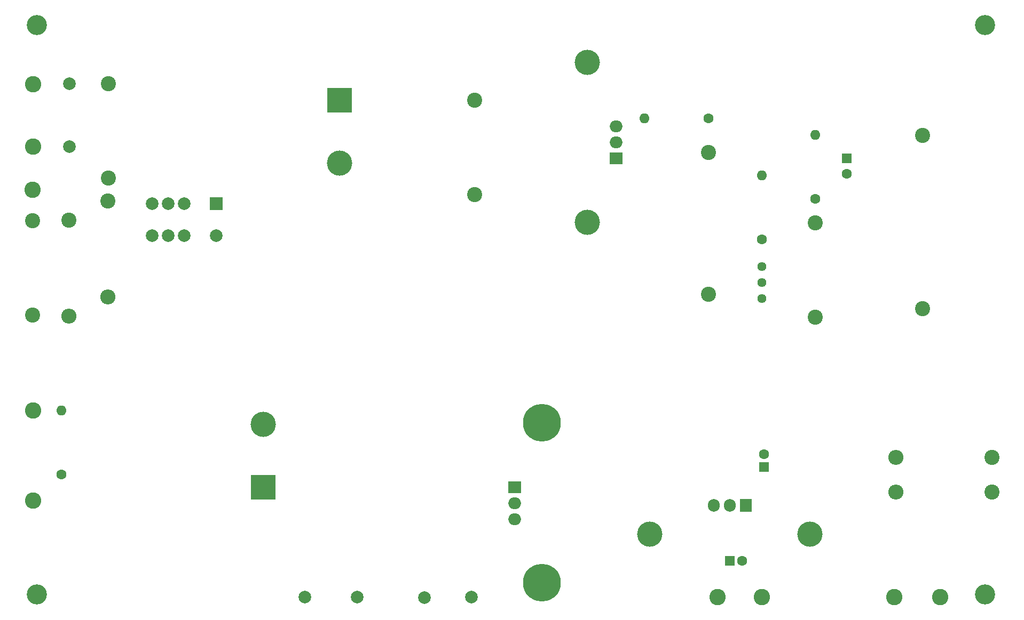
<source format=gbr>
G04 #@! TF.GenerationSoftware,KiCad,Pcbnew,(5.1.10-1-10_14)*
G04 #@! TF.CreationDate,2021-09-02T12:48:23+02:00*
G04 #@! TF.ProjectId,hv-power-supply,68762d70-6f77-4657-922d-737570706c79,rev?*
G04 #@! TF.SameCoordinates,Original*
G04 #@! TF.FileFunction,Soldermask,Bot*
G04 #@! TF.FilePolarity,Negative*
%FSLAX46Y46*%
G04 Gerber Fmt 4.6, Leading zero omitted, Abs format (unit mm)*
G04 Created by KiCad (PCBNEW (5.1.10-1-10_14)) date 2021-09-02 12:48:23*
%MOMM*%
%LPD*%
G01*
G04 APERTURE LIST*
%ADD10O,1.600000X1.600000*%
%ADD11C,1.600000*%
%ADD12O,2.400000X2.400000*%
%ADD13C,2.400000*%
%ADD14C,2.000000*%
%ADD15R,2.000000X2.000000*%
%ADD16C,2.600000*%
%ADD17C,6.000000*%
%ADD18C,4.000000*%
%ADD19R,4.000000X4.000000*%
%ADD20R,1.600000X1.600000*%
%ADD21O,2.000000X1.905000*%
%ADD22R,2.000000X1.905000*%
%ADD23O,1.905000X2.000000*%
%ADD24R,1.905000X2.000000*%
%ADD25C,1.440000*%
%ADD26C,3.200000*%
G04 APERTURE END LIST*
D10*
X151257000Y-72263000D03*
D11*
X161417000Y-72263000D03*
D12*
X191135000Y-126111000D03*
D13*
X206375000Y-126111000D03*
D12*
X191135000Y-131635500D03*
D13*
X206375000Y-131635500D03*
D10*
X58801000Y-118681500D03*
D11*
X58801000Y-128841500D03*
D12*
X66167000Y-100647500D03*
D13*
X66167000Y-85407500D03*
D12*
X59944000Y-103695500D03*
D13*
X59944000Y-88455500D03*
D14*
X73152000Y-85788500D03*
X73152000Y-90868500D03*
X78232000Y-85788500D03*
D15*
X83312000Y-85788500D03*
D14*
X78232000Y-90868500D03*
X83312000Y-90868500D03*
X75692000Y-85788500D03*
X75692000Y-90868500D03*
D16*
X54229000Y-83566000D03*
X54292500Y-76771500D03*
X54292500Y-66802000D03*
X54292500Y-118681500D03*
X54292500Y-132969000D03*
D17*
X135026400Y-145999200D03*
X135026400Y-120599200D03*
D18*
X142176500Y-63373000D03*
X142176500Y-88773000D03*
X90805000Y-120810000D03*
D19*
X90805000Y-130810000D03*
D13*
X178308000Y-103836500D03*
X178308000Y-88836500D03*
X66230500Y-66724500D03*
X66230500Y-81724500D03*
D14*
X60071000Y-66771500D03*
X60071000Y-76771500D03*
D13*
X54229000Y-103519000D03*
X54229000Y-88519000D03*
D18*
X102870000Y-79342000D03*
D19*
X102870000Y-69342000D03*
D11*
X166782500Y-142494000D03*
D20*
X164782500Y-142494000D03*
D21*
X130708400Y-135890000D03*
X130708400Y-133350000D03*
D22*
X130708400Y-130810000D03*
D10*
X169862500Y-81280000D03*
D11*
X169862500Y-91440000D03*
D10*
X178371500Y-74866500D03*
D11*
X178371500Y-85026500D03*
D18*
X152082500Y-138303000D03*
X177482500Y-138303000D03*
D13*
X195326000Y-102430000D03*
X195326000Y-74930000D03*
D11*
X183324500Y-81089500D03*
D20*
X183324500Y-78589500D03*
D13*
X161417000Y-100160500D03*
X161417000Y-77660500D03*
D14*
X116357400Y-148336000D03*
X123850400Y-148234400D03*
X97434400Y-148234400D03*
X105740200Y-148234400D03*
D23*
X162242500Y-133731000D03*
X164782500Y-133731000D03*
D24*
X167322500Y-133731000D03*
D16*
X169849800Y-148272500D03*
X162877500Y-148272500D03*
D11*
X170205400Y-125584200D03*
D20*
X170205400Y-127584200D03*
D16*
X190881000Y-148272500D03*
D25*
X169862500Y-100838000D03*
X169862500Y-98298000D03*
X169862500Y-95758000D03*
D21*
X146748500Y-73533000D03*
X146748500Y-76073000D03*
D22*
X146748500Y-78613000D03*
D16*
X198120000Y-148272500D03*
D26*
X205232000Y-57404000D03*
X205232000Y-147828000D03*
X54864000Y-147828000D03*
X54864000Y-57404000D03*
D13*
X124333000Y-84342000D03*
X124333000Y-69342000D03*
M02*

</source>
